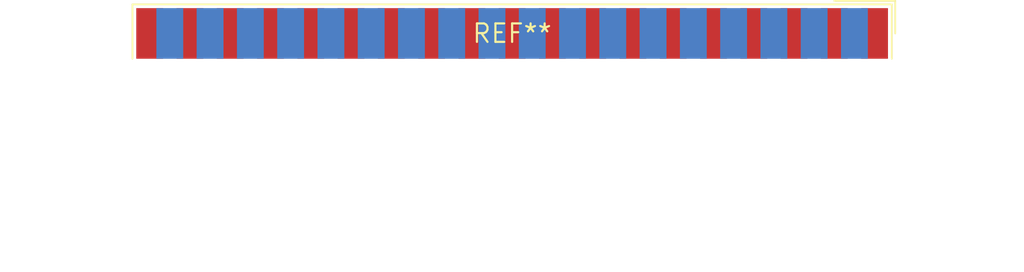
<source format=kicad_pcb>
(kicad_pcb (version 20240108) (generator pcbnew)
  (layers (0 "F.Cu" signal) (31 "B.Cu" signal) (34 "B.Paste" user) (35 "F.Paste" user) (36 "B.SilkS" user "B.Silkscreen") (37 "F.SilkS" user "F.Silkscreen") (38 "B.Mask" user) (39 "F.Mask" user) (44 "Edge.Cuts" user))
  (net 0 "")
  (footprint "DSUB-37_Female_EdgeMount_P2.77mm" (layer "F.Cu") (at 0 0)
    (property "Reference" "REF**")
    (property "Value" "DSUB-37_Female_EdgeMount_P2.77mm")
    (fp_line (start -26.113333 -2) (end -26.113333 1.74) (layer "F.SilkS") (stroke (width 0.12)))
    (fp_line (start 26.113333 -2) (end -26.113333 -2) (layer "F.SilkS") (stroke (width 0.12)))
    (fp_line (start 26.113333 1.74) (end 26.113333 -2) (layer "F.SilkS") (stroke (width 0.12)))
    (fp_line (start 26.353333 -2.24) (end 22.16 -2.24) (layer "F.SilkS") (stroke (width 0.12)))
    (fp_line (start 26.353333 0) (end 26.353333 -2.24) (layer "F.SilkS") (stroke (width 0.12)))
    (pad "1" smd rect (at 24.93 0) (size 1.846667 3.48) (layers "F.Cu" "F.Paste" "F.Mask"))
    (pad "2" smd rect (at 22.16 0) (size 1.846667 3.48) (layers "F.Cu" "F.Paste" "F.Mask"))
    (pad "3" smd rect (at 19.39 0) (size 1.846667 3.48) (layers "F.Cu" "F.Paste" "F.Mask"))
    (pad "4" smd rect (at 16.62 0) (size 1.846667 3.48) (layers "F.Cu" "F.Paste" "F.Mask"))
    (pad "5" smd rect (at 13.85 0) (size 1.846667 3.48) (layers "F.Cu" "F.Paste" "F.Mask"))
    (pad "6" smd rect (at 11.08 0) (size 1.846667 3.48) (layers "F.Cu" "F.Paste" "F.Mask"))
    (pad "7" smd rect (at 8.31 0) (size 1.846667 3.48) (layers "F.Cu" "F.Paste" "F.Mask"))
    (pad "8" smd rect (at 5.54 0) (size 1.846667 3.48) (layers "F.Cu" "F.Paste" "F.Mask"))
    (pad "9" smd rect (at 2.77 0) (size 1.846667 3.48) (layers "F.Cu" "F.Paste" "F.Mask"))
    (pad "10" smd rect (at 0 0) (size 1.846667 3.48) (layers "F.Cu" "F.Paste" "F.Mask"))
    (pad "11" smd rect (at -2.77 0) (size 1.846667 3.48) (layers "F.Cu" "F.Paste" "F.Mask"))
    (pad "12" smd rect (at -5.54 0) (size 1.846667 3.48) (layers "F.Cu" "F.Paste" "F.Mask"))
    (pad "13" smd rect (at -8.31 0) (size 1.846667 3.48) (layers "F.Cu" "F.Paste" "F.Mask"))
    (pad "14" smd rect (at -11.08 0) (size 1.846667 3.48) (layers "F.Cu" "F.Paste" "F.Mask"))
    (pad "15" smd rect (at -13.85 0) (size 1.846667 3.48) (layers "F.Cu" "F.Paste" "F.Mask"))
    (pad "16" smd rect (at -16.62 0) (size 1.846667 3.48) (layers "F.Cu" "F.Paste" "F.Mask"))
    (pad "17" smd rect (at -19.39 0) (size 1.846667 3.48) (layers "F.Cu" "F.Paste" "F.Mask"))
    (pad "18" smd rect (at -22.16 0) (size 1.846667 3.48) (layers "F.Cu" "F.Paste" "F.Mask"))
    (pad "19" smd rect (at -24.93 0) (size 1.846667 3.48) (layers "F.Cu" "F.Paste" "F.Mask"))
    (pad "20" smd rect (at 23.545 0) (size 1.846667 3.48) (layers "B.Cu" "B.Paste" "B.Mask"))
    (pad "21" smd rect (at 20.775 0) (size 1.846667 3.48) (layers "B.Cu" "B.Paste" "B.Mask"))
    (pad "22" smd rect (at 18.005 0) (size 1.846667 3.48) (layers "B.Cu" "B.Paste" "B.Mask"))
    (pad "23" smd rect (at 15.235 0) (size 1.846667 3.48) (layers "B.Cu" "B.Paste" "B.Mask"))
    (pad "24" smd rect (at 12.465 0) (size 1.846667 3.48) (layers "B.Cu" "B.Paste" "B.Mask"))
    (pad "25" smd rect (at 9.695 0) (size 1.846667 3.48) (layers "B.Cu" "B.Paste" "B.Mask"))
    (pad "26" smd rect (at 6.925 0) (size 1.846667 3.48) (layers "B.Cu" "B.Paste" "B.Mask"))
    (pad "27" smd rect (at 4.155 0) (size 1.846667 3.48) (layers "B.Cu" "B.Paste" "B.Mask"))
    (pad "28" smd rect (at 1.385 0) (size 1.846667 3.48) (layers "B.Cu" "B.Paste" "B.Mask"))
    (pad "29" smd rect (at -1.385 0) (size 1.846667 3.48) (layers "B.Cu" "B.Paste" "B.Mask"))
    (pad "30" smd rect (at -4.155 0) (size 1.846667 3.48) (layers "B.Cu" "B.Paste" "B.Mask"))
    (pad "31" smd rect (at -6.925 0) (size 1.846667 3.48) (layers "B.Cu" "B.Paste" "B.Mask"))
    (pad "32" smd rect (at -9.695 0) (size 1.846667 3.48) (layers "B.Cu" "B.Paste" "B.Mask"))
    (pad "33" smd rect (at -12.465 0) (size 1.846667 3.48) (layers "B.Cu" "B.Paste" "B.Mask"))
    (pad "34" smd rect (at -15.235 0) (size 1.846667 3.48) (layers "B.Cu" "B.Paste" "B.Mask"))
    (pad "35" smd rect (at -18.005 0) (size 1.846667 3.48) (layers "B.Cu" "B.Paste" "B.Mask"))
    (pad "36" smd rect (at -20.775 0) (size 1.846667 3.48) (layers "B.Cu" "B.Paste" "B.Mask"))
    (pad "37" smd rect (at -23.545 0) (size 1.846667 3.48) (layers "B.Cu" "B.Paste" "B.Mask"))
  )
)
</source>
